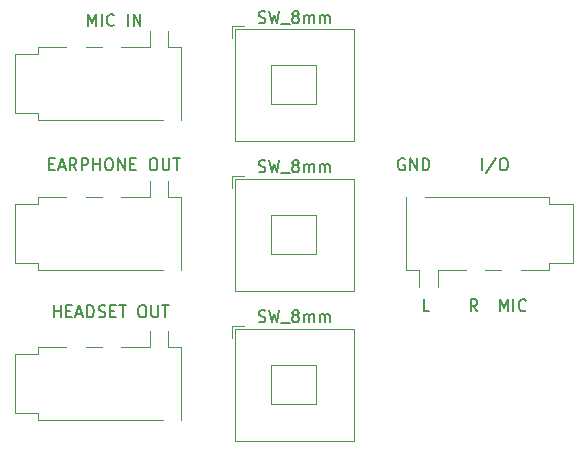
<source format=gbr>
%TF.GenerationSoftware,KiCad,Pcbnew,(6.0.5)*%
%TF.CreationDate,2022-06-29T19:51:02+08:00*%
%TF.ProjectId,audioswitch,61756469-6f73-4776-9974-63682e6b6963,rev?*%
%TF.SameCoordinates,Original*%
%TF.FileFunction,Legend,Top*%
%TF.FilePolarity,Positive*%
%FSLAX46Y46*%
G04 Gerber Fmt 4.6, Leading zero omitted, Abs format (unit mm)*
G04 Created by KiCad (PCBNEW (6.0.5)) date 2022-06-29 19:51:02*
%MOMM*%
%LPD*%
G01*
G04 APERTURE LIST*
%ADD10C,0.150000*%
%ADD11C,0.120000*%
G04 APERTURE END LIST*
D10*
X168965523Y-105608380D02*
X168489333Y-105608380D01*
X168489333Y-104608380D01*
X166878095Y-92718000D02*
X166782857Y-92670380D01*
X166640000Y-92670380D01*
X166497142Y-92718000D01*
X166401904Y-92813238D01*
X166354285Y-92908476D01*
X166306666Y-93098952D01*
X166306666Y-93241809D01*
X166354285Y-93432285D01*
X166401904Y-93527523D01*
X166497142Y-93622761D01*
X166640000Y-93670380D01*
X166735238Y-93670380D01*
X166878095Y-93622761D01*
X166925714Y-93575142D01*
X166925714Y-93241809D01*
X166735238Y-93241809D01*
X167354285Y-93670380D02*
X167354285Y-92670380D01*
X167925714Y-93670380D01*
X167925714Y-92670380D01*
X168401904Y-93670380D02*
X168401904Y-92670380D01*
X168640000Y-92670380D01*
X168782857Y-92718000D01*
X168878095Y-92813238D01*
X168925714Y-92908476D01*
X168973333Y-93098952D01*
X168973333Y-93241809D01*
X168925714Y-93432285D01*
X168878095Y-93527523D01*
X168782857Y-93622761D01*
X168640000Y-93670380D01*
X168401904Y-93670380D01*
X173029523Y-105608380D02*
X172696190Y-105132190D01*
X172458095Y-105608380D02*
X172458095Y-104608380D01*
X172839047Y-104608380D01*
X172934285Y-104656000D01*
X172981904Y-104703619D01*
X173029523Y-104798857D01*
X173029523Y-104941714D01*
X172981904Y-105036952D01*
X172934285Y-105084571D01*
X172839047Y-105132190D01*
X172458095Y-105132190D01*
X174950571Y-105608380D02*
X174950571Y-104608380D01*
X175283904Y-105322666D01*
X175617238Y-104608380D01*
X175617238Y-105608380D01*
X176093428Y-105608380D02*
X176093428Y-104608380D01*
X177141047Y-105513142D02*
X177093428Y-105560761D01*
X176950571Y-105608380D01*
X176855333Y-105608380D01*
X176712476Y-105560761D01*
X176617238Y-105465523D01*
X176569619Y-105370285D01*
X176522000Y-105179809D01*
X176522000Y-105036952D01*
X176569619Y-104846476D01*
X176617238Y-104751238D01*
X176712476Y-104656000D01*
X176855333Y-104608380D01*
X176950571Y-104608380D01*
X177093428Y-104656000D01*
X177141047Y-104703619D01*
%TO.C,EARPHONE OUT*%
X136763809Y-93146571D02*
X137097142Y-93146571D01*
X137240000Y-93670380D02*
X136763809Y-93670380D01*
X136763809Y-92670380D01*
X137240000Y-92670380D01*
X137620952Y-93384666D02*
X138097142Y-93384666D01*
X137525714Y-93670380D02*
X137859047Y-92670380D01*
X138192380Y-93670380D01*
X139097142Y-93670380D02*
X138763809Y-93194190D01*
X138525714Y-93670380D02*
X138525714Y-92670380D01*
X138906666Y-92670380D01*
X139001904Y-92718000D01*
X139049523Y-92765619D01*
X139097142Y-92860857D01*
X139097142Y-93003714D01*
X139049523Y-93098952D01*
X139001904Y-93146571D01*
X138906666Y-93194190D01*
X138525714Y-93194190D01*
X139525714Y-93670380D02*
X139525714Y-92670380D01*
X139906666Y-92670380D01*
X140001904Y-92718000D01*
X140049523Y-92765619D01*
X140097142Y-92860857D01*
X140097142Y-93003714D01*
X140049523Y-93098952D01*
X140001904Y-93146571D01*
X139906666Y-93194190D01*
X139525714Y-93194190D01*
X140525714Y-93670380D02*
X140525714Y-92670380D01*
X140525714Y-93146571D02*
X141097142Y-93146571D01*
X141097142Y-93670380D02*
X141097142Y-92670380D01*
X141763809Y-92670380D02*
X141954285Y-92670380D01*
X142049523Y-92718000D01*
X142144761Y-92813238D01*
X142192380Y-93003714D01*
X142192380Y-93337047D01*
X142144761Y-93527523D01*
X142049523Y-93622761D01*
X141954285Y-93670380D01*
X141763809Y-93670380D01*
X141668571Y-93622761D01*
X141573333Y-93527523D01*
X141525714Y-93337047D01*
X141525714Y-93003714D01*
X141573333Y-92813238D01*
X141668571Y-92718000D01*
X141763809Y-92670380D01*
X142620952Y-93670380D02*
X142620952Y-92670380D01*
X143192380Y-93670380D01*
X143192380Y-92670380D01*
X143668571Y-93146571D02*
X144001904Y-93146571D01*
X144144761Y-93670380D02*
X143668571Y-93670380D01*
X143668571Y-92670380D01*
X144144761Y-92670380D01*
X145525714Y-92670380D02*
X145716190Y-92670380D01*
X145811428Y-92718000D01*
X145906666Y-92813238D01*
X145954285Y-93003714D01*
X145954285Y-93337047D01*
X145906666Y-93527523D01*
X145811428Y-93622761D01*
X145716190Y-93670380D01*
X145525714Y-93670380D01*
X145430476Y-93622761D01*
X145335238Y-93527523D01*
X145287619Y-93337047D01*
X145287619Y-93003714D01*
X145335238Y-92813238D01*
X145430476Y-92718000D01*
X145525714Y-92670380D01*
X146382857Y-92670380D02*
X146382857Y-93479904D01*
X146430476Y-93575142D01*
X146478095Y-93622761D01*
X146573333Y-93670380D01*
X146763809Y-93670380D01*
X146859047Y-93622761D01*
X146906666Y-93575142D01*
X146954285Y-93479904D01*
X146954285Y-92670380D01*
X147287619Y-92670380D02*
X147859047Y-92670380D01*
X147573333Y-93670380D02*
X147573333Y-92670380D01*
%TO.C,MIC IN*%
X140075714Y-81462380D02*
X140075714Y-80462380D01*
X140409047Y-81176666D01*
X140742380Y-80462380D01*
X140742380Y-81462380D01*
X141218571Y-81462380D02*
X141218571Y-80462380D01*
X142266190Y-81367142D02*
X142218571Y-81414761D01*
X142075714Y-81462380D01*
X141980476Y-81462380D01*
X141837619Y-81414761D01*
X141742380Y-81319523D01*
X141694761Y-81224285D01*
X141647142Y-81033809D01*
X141647142Y-80890952D01*
X141694761Y-80700476D01*
X141742380Y-80605238D01*
X141837619Y-80510000D01*
X141980476Y-80462380D01*
X142075714Y-80462380D01*
X142218571Y-80510000D01*
X142266190Y-80557619D01*
X143456666Y-81462380D02*
X143456666Y-80462380D01*
X143932857Y-81462380D02*
X143932857Y-80462380D01*
X144504285Y-81462380D01*
X144504285Y-80462380D01*
%TO.C,SW_8mm*%
X154509880Y-81176761D02*
X154652738Y-81224380D01*
X154890833Y-81224380D01*
X154986071Y-81176761D01*
X155033690Y-81129142D01*
X155081309Y-81033904D01*
X155081309Y-80938666D01*
X155033690Y-80843428D01*
X154986071Y-80795809D01*
X154890833Y-80748190D01*
X154700357Y-80700571D01*
X154605119Y-80652952D01*
X154557500Y-80605333D01*
X154509880Y-80510095D01*
X154509880Y-80414857D01*
X154557500Y-80319619D01*
X154605119Y-80272000D01*
X154700357Y-80224380D01*
X154938452Y-80224380D01*
X155081309Y-80272000D01*
X155414642Y-80224380D02*
X155652738Y-81224380D01*
X155843214Y-80510095D01*
X156033690Y-81224380D01*
X156271785Y-80224380D01*
X156414642Y-81319619D02*
X157176547Y-81319619D01*
X157557500Y-80652952D02*
X157462261Y-80605333D01*
X157414642Y-80557714D01*
X157367023Y-80462476D01*
X157367023Y-80414857D01*
X157414642Y-80319619D01*
X157462261Y-80272000D01*
X157557500Y-80224380D01*
X157747976Y-80224380D01*
X157843214Y-80272000D01*
X157890833Y-80319619D01*
X157938452Y-80414857D01*
X157938452Y-80462476D01*
X157890833Y-80557714D01*
X157843214Y-80605333D01*
X157747976Y-80652952D01*
X157557500Y-80652952D01*
X157462261Y-80700571D01*
X157414642Y-80748190D01*
X157367023Y-80843428D01*
X157367023Y-81033904D01*
X157414642Y-81129142D01*
X157462261Y-81176761D01*
X157557500Y-81224380D01*
X157747976Y-81224380D01*
X157843214Y-81176761D01*
X157890833Y-81129142D01*
X157938452Y-81033904D01*
X157938452Y-80843428D01*
X157890833Y-80748190D01*
X157843214Y-80700571D01*
X157747976Y-80652952D01*
X158367023Y-81224380D02*
X158367023Y-80557714D01*
X158367023Y-80652952D02*
X158414642Y-80605333D01*
X158509880Y-80557714D01*
X158652738Y-80557714D01*
X158747976Y-80605333D01*
X158795595Y-80700571D01*
X158795595Y-81224380D01*
X158795595Y-80700571D02*
X158843214Y-80605333D01*
X158938452Y-80557714D01*
X159081309Y-80557714D01*
X159176547Y-80605333D01*
X159224166Y-80700571D01*
X159224166Y-81224380D01*
X159700357Y-81224380D02*
X159700357Y-80557714D01*
X159700357Y-80652952D02*
X159747976Y-80605333D01*
X159843214Y-80557714D01*
X159986071Y-80557714D01*
X160081309Y-80605333D01*
X160128928Y-80700571D01*
X160128928Y-81224380D01*
X160128928Y-80700571D02*
X160176547Y-80605333D01*
X160271785Y-80557714D01*
X160414642Y-80557714D01*
X160509880Y-80605333D01*
X160557500Y-80700571D01*
X160557500Y-81224380D01*
X154509880Y-93792261D02*
X154652738Y-93839880D01*
X154890833Y-93839880D01*
X154986071Y-93792261D01*
X155033690Y-93744642D01*
X155081309Y-93649404D01*
X155081309Y-93554166D01*
X155033690Y-93458928D01*
X154986071Y-93411309D01*
X154890833Y-93363690D01*
X154700357Y-93316071D01*
X154605119Y-93268452D01*
X154557500Y-93220833D01*
X154509880Y-93125595D01*
X154509880Y-93030357D01*
X154557500Y-92935119D01*
X154605119Y-92887500D01*
X154700357Y-92839880D01*
X154938452Y-92839880D01*
X155081309Y-92887500D01*
X155414642Y-92839880D02*
X155652738Y-93839880D01*
X155843214Y-93125595D01*
X156033690Y-93839880D01*
X156271785Y-92839880D01*
X156414642Y-93935119D02*
X157176547Y-93935119D01*
X157557500Y-93268452D02*
X157462261Y-93220833D01*
X157414642Y-93173214D01*
X157367023Y-93077976D01*
X157367023Y-93030357D01*
X157414642Y-92935119D01*
X157462261Y-92887500D01*
X157557500Y-92839880D01*
X157747976Y-92839880D01*
X157843214Y-92887500D01*
X157890833Y-92935119D01*
X157938452Y-93030357D01*
X157938452Y-93077976D01*
X157890833Y-93173214D01*
X157843214Y-93220833D01*
X157747976Y-93268452D01*
X157557500Y-93268452D01*
X157462261Y-93316071D01*
X157414642Y-93363690D01*
X157367023Y-93458928D01*
X157367023Y-93649404D01*
X157414642Y-93744642D01*
X157462261Y-93792261D01*
X157557500Y-93839880D01*
X157747976Y-93839880D01*
X157843214Y-93792261D01*
X157890833Y-93744642D01*
X157938452Y-93649404D01*
X157938452Y-93458928D01*
X157890833Y-93363690D01*
X157843214Y-93316071D01*
X157747976Y-93268452D01*
X158367023Y-93839880D02*
X158367023Y-93173214D01*
X158367023Y-93268452D02*
X158414642Y-93220833D01*
X158509880Y-93173214D01*
X158652738Y-93173214D01*
X158747976Y-93220833D01*
X158795595Y-93316071D01*
X158795595Y-93839880D01*
X158795595Y-93316071D02*
X158843214Y-93220833D01*
X158938452Y-93173214D01*
X159081309Y-93173214D01*
X159176547Y-93220833D01*
X159224166Y-93316071D01*
X159224166Y-93839880D01*
X159700357Y-93839880D02*
X159700357Y-93173214D01*
X159700357Y-93268452D02*
X159747976Y-93220833D01*
X159843214Y-93173214D01*
X159986071Y-93173214D01*
X160081309Y-93220833D01*
X160128928Y-93316071D01*
X160128928Y-93839880D01*
X160128928Y-93316071D02*
X160176547Y-93220833D01*
X160271785Y-93173214D01*
X160414642Y-93173214D01*
X160509880Y-93220833D01*
X160557500Y-93316071D01*
X160557500Y-93839880D01*
X154509880Y-106492261D02*
X154652738Y-106539880D01*
X154890833Y-106539880D01*
X154986071Y-106492261D01*
X155033690Y-106444642D01*
X155081309Y-106349404D01*
X155081309Y-106254166D01*
X155033690Y-106158928D01*
X154986071Y-106111309D01*
X154890833Y-106063690D01*
X154700357Y-106016071D01*
X154605119Y-105968452D01*
X154557500Y-105920833D01*
X154509880Y-105825595D01*
X154509880Y-105730357D01*
X154557500Y-105635119D01*
X154605119Y-105587500D01*
X154700357Y-105539880D01*
X154938452Y-105539880D01*
X155081309Y-105587500D01*
X155414642Y-105539880D02*
X155652738Y-106539880D01*
X155843214Y-105825595D01*
X156033690Y-106539880D01*
X156271785Y-105539880D01*
X156414642Y-106635119D02*
X157176547Y-106635119D01*
X157557500Y-105968452D02*
X157462261Y-105920833D01*
X157414642Y-105873214D01*
X157367023Y-105777976D01*
X157367023Y-105730357D01*
X157414642Y-105635119D01*
X157462261Y-105587500D01*
X157557500Y-105539880D01*
X157747976Y-105539880D01*
X157843214Y-105587500D01*
X157890833Y-105635119D01*
X157938452Y-105730357D01*
X157938452Y-105777976D01*
X157890833Y-105873214D01*
X157843214Y-105920833D01*
X157747976Y-105968452D01*
X157557500Y-105968452D01*
X157462261Y-106016071D01*
X157414642Y-106063690D01*
X157367023Y-106158928D01*
X157367023Y-106349404D01*
X157414642Y-106444642D01*
X157462261Y-106492261D01*
X157557500Y-106539880D01*
X157747976Y-106539880D01*
X157843214Y-106492261D01*
X157890833Y-106444642D01*
X157938452Y-106349404D01*
X157938452Y-106158928D01*
X157890833Y-106063690D01*
X157843214Y-106016071D01*
X157747976Y-105968452D01*
X158367023Y-106539880D02*
X158367023Y-105873214D01*
X158367023Y-105968452D02*
X158414642Y-105920833D01*
X158509880Y-105873214D01*
X158652738Y-105873214D01*
X158747976Y-105920833D01*
X158795595Y-106016071D01*
X158795595Y-106539880D01*
X158795595Y-106016071D02*
X158843214Y-105920833D01*
X158938452Y-105873214D01*
X159081309Y-105873214D01*
X159176547Y-105920833D01*
X159224166Y-106016071D01*
X159224166Y-106539880D01*
X159700357Y-106539880D02*
X159700357Y-105873214D01*
X159700357Y-105968452D02*
X159747976Y-105920833D01*
X159843214Y-105873214D01*
X159986071Y-105873214D01*
X160081309Y-105920833D01*
X160128928Y-106016071D01*
X160128928Y-106539880D01*
X160128928Y-106016071D02*
X160176547Y-105920833D01*
X160271785Y-105873214D01*
X160414642Y-105873214D01*
X160509880Y-105920833D01*
X160557500Y-106016071D01*
X160557500Y-106539880D01*
%TO.C,HEADSET OUT*%
X137200285Y-106116380D02*
X137200285Y-105116380D01*
X137200285Y-105592571D02*
X137771714Y-105592571D01*
X137771714Y-106116380D02*
X137771714Y-105116380D01*
X138247904Y-105592571D02*
X138581238Y-105592571D01*
X138724095Y-106116380D02*
X138247904Y-106116380D01*
X138247904Y-105116380D01*
X138724095Y-105116380D01*
X139105047Y-105830666D02*
X139581238Y-105830666D01*
X139009809Y-106116380D02*
X139343142Y-105116380D01*
X139676476Y-106116380D01*
X140009809Y-106116380D02*
X140009809Y-105116380D01*
X140247904Y-105116380D01*
X140390761Y-105164000D01*
X140486000Y-105259238D01*
X140533619Y-105354476D01*
X140581238Y-105544952D01*
X140581238Y-105687809D01*
X140533619Y-105878285D01*
X140486000Y-105973523D01*
X140390761Y-106068761D01*
X140247904Y-106116380D01*
X140009809Y-106116380D01*
X140962190Y-106068761D02*
X141105047Y-106116380D01*
X141343142Y-106116380D01*
X141438380Y-106068761D01*
X141486000Y-106021142D01*
X141533619Y-105925904D01*
X141533619Y-105830666D01*
X141486000Y-105735428D01*
X141438380Y-105687809D01*
X141343142Y-105640190D01*
X141152666Y-105592571D01*
X141057428Y-105544952D01*
X141009809Y-105497333D01*
X140962190Y-105402095D01*
X140962190Y-105306857D01*
X141009809Y-105211619D01*
X141057428Y-105164000D01*
X141152666Y-105116380D01*
X141390761Y-105116380D01*
X141533619Y-105164000D01*
X141962190Y-105592571D02*
X142295523Y-105592571D01*
X142438380Y-106116380D02*
X141962190Y-106116380D01*
X141962190Y-105116380D01*
X142438380Y-105116380D01*
X142724095Y-105116380D02*
X143295523Y-105116380D01*
X143009809Y-106116380D02*
X143009809Y-105116380D01*
X144581238Y-105116380D02*
X144771714Y-105116380D01*
X144866952Y-105164000D01*
X144962190Y-105259238D01*
X145009809Y-105449714D01*
X145009809Y-105783047D01*
X144962190Y-105973523D01*
X144866952Y-106068761D01*
X144771714Y-106116380D01*
X144581238Y-106116380D01*
X144486000Y-106068761D01*
X144390761Y-105973523D01*
X144343142Y-105783047D01*
X144343142Y-105449714D01*
X144390761Y-105259238D01*
X144486000Y-105164000D01*
X144581238Y-105116380D01*
X145438380Y-105116380D02*
X145438380Y-105925904D01*
X145486000Y-106021142D01*
X145533619Y-106068761D01*
X145628857Y-106116380D01*
X145819333Y-106116380D01*
X145914571Y-106068761D01*
X145962190Y-106021142D01*
X146009809Y-105925904D01*
X146009809Y-105116380D01*
X146343142Y-105116380D02*
X146914571Y-105116380D01*
X146628857Y-106116380D02*
X146628857Y-105116380D01*
%TO.C,I/O*%
X173450380Y-93670380D02*
X173450380Y-92670380D01*
X174640857Y-92622761D02*
X173783714Y-93908476D01*
X175164666Y-92670380D02*
X175355142Y-92670380D01*
X175450380Y-92718000D01*
X175545619Y-92813238D01*
X175593238Y-93003714D01*
X175593238Y-93337047D01*
X175545619Y-93527523D01*
X175450380Y-93622761D01*
X175355142Y-93670380D01*
X175164666Y-93670380D01*
X175069428Y-93622761D01*
X174974190Y-93527523D01*
X174926571Y-93337047D01*
X174926571Y-93003714D01*
X174974190Y-92813238D01*
X175069428Y-92718000D01*
X175164666Y-92670380D01*
D11*
%TO.C,EARPHONE OUT*%
X147965000Y-102160000D02*
X147965000Y-95960000D01*
X135865000Y-95960000D02*
X138240000Y-95960000D01*
X135865000Y-96560000D02*
X133865000Y-96560000D01*
X146840000Y-95960000D02*
X147965000Y-95960000D01*
X145290000Y-95960000D02*
X145290000Y-94560000D01*
X142890000Y-95960000D02*
X145290000Y-95960000D01*
X146840000Y-95960000D02*
X146840000Y-94560000D01*
X139890000Y-95960000D02*
X141240000Y-95960000D01*
X146390000Y-102160000D02*
X135865000Y-102160000D01*
X133865000Y-96560000D02*
X133865000Y-101560000D01*
X135865000Y-101560000D02*
X133865000Y-101560000D01*
X135865000Y-101560000D02*
X135865000Y-102160000D01*
X135865000Y-95960000D02*
X135865000Y-96560000D01*
%TO.C,MIC IN*%
X135865000Y-83860000D02*
X133865000Y-83860000D01*
X133865000Y-83860000D02*
X133865000Y-88860000D01*
X135865000Y-88860000D02*
X133865000Y-88860000D01*
X142890000Y-83260000D02*
X145290000Y-83260000D01*
X146390000Y-89460000D02*
X135865000Y-89460000D01*
X135865000Y-83260000D02*
X138240000Y-83260000D01*
X146840000Y-83260000D02*
X147965000Y-83260000D01*
X147965000Y-89460000D02*
X147965000Y-83260000D01*
X135865000Y-83260000D02*
X135865000Y-83860000D01*
X139890000Y-83260000D02*
X141240000Y-83260000D01*
X146840000Y-83260000D02*
X146840000Y-81860000D01*
X145290000Y-83260000D02*
X145290000Y-81860000D01*
X135865000Y-88860000D02*
X135865000Y-89460000D01*
%TO.C,SW_8mm*%
X162577500Y-91157500D02*
X152537500Y-91157500D01*
X153287500Y-81467500D02*
X152287500Y-81467500D01*
X155607500Y-84737500D02*
X155607500Y-88037500D01*
X162577500Y-81717500D02*
X152537500Y-81717500D01*
X159407500Y-88037500D02*
X155607500Y-88037500D01*
X159407500Y-84737500D02*
X155607500Y-84737500D01*
X162577500Y-91157500D02*
X162577500Y-81717500D01*
X152537500Y-91157500D02*
X152537500Y-81717500D01*
X152287500Y-82467500D02*
X152287500Y-81467500D01*
X159407500Y-84737500D02*
X159407500Y-88037500D01*
X162577500Y-103857500D02*
X152537500Y-103857500D01*
X153287500Y-94167500D02*
X152287500Y-94167500D01*
X155607500Y-97437500D02*
X155607500Y-100737500D01*
X162577500Y-94417500D02*
X152537500Y-94417500D01*
X159407500Y-100737500D02*
X155607500Y-100737500D01*
X159407500Y-97437500D02*
X155607500Y-97437500D01*
X162577500Y-103857500D02*
X162577500Y-94417500D01*
X152537500Y-103857500D02*
X152537500Y-94417500D01*
X152287500Y-95167500D02*
X152287500Y-94167500D01*
X159407500Y-97437500D02*
X159407500Y-100737500D01*
X162577500Y-116557500D02*
X152537500Y-116557500D01*
X153287500Y-106867500D02*
X152287500Y-106867500D01*
X155607500Y-110137500D02*
X155607500Y-113437500D01*
X162577500Y-107117500D02*
X152537500Y-107117500D01*
X159407500Y-113437500D02*
X155607500Y-113437500D01*
X159407500Y-110137500D02*
X155607500Y-110137500D01*
X162577500Y-116557500D02*
X162577500Y-107117500D01*
X152537500Y-116557500D02*
X152537500Y-107117500D01*
X152287500Y-107867500D02*
X152287500Y-106867500D01*
X159407500Y-110137500D02*
X159407500Y-113437500D01*
%TO.C,HEADSET OUT*%
X147965000Y-114860000D02*
X147965000Y-108660000D01*
X135865000Y-108660000D02*
X138240000Y-108660000D01*
X135865000Y-109260000D02*
X133865000Y-109260000D01*
X146840000Y-108660000D02*
X147965000Y-108660000D01*
X145290000Y-108660000D02*
X145290000Y-107260000D01*
X142890000Y-108660000D02*
X145290000Y-108660000D01*
X146840000Y-108660000D02*
X146840000Y-107260000D01*
X139890000Y-108660000D02*
X141240000Y-108660000D01*
X146390000Y-114860000D02*
X135865000Y-114860000D01*
X133865000Y-109260000D02*
X133865000Y-114260000D01*
X135865000Y-114260000D02*
X133865000Y-114260000D01*
X135865000Y-114260000D02*
X135865000Y-114860000D01*
X135865000Y-108660000D02*
X135865000Y-109260000D01*
%TO.C,I/O*%
X166995000Y-95960000D02*
X166995000Y-102160000D01*
X179095000Y-102160000D02*
X176720000Y-102160000D01*
X179095000Y-101560000D02*
X181095000Y-101560000D01*
X168120000Y-102160000D02*
X166995000Y-102160000D01*
X169670000Y-102160000D02*
X169670000Y-103560000D01*
X172070000Y-102160000D02*
X169670000Y-102160000D01*
X168120000Y-102160000D02*
X168120000Y-103560000D01*
X175070000Y-102160000D02*
X173720000Y-102160000D01*
X168570000Y-95960000D02*
X179095000Y-95960000D01*
X181095000Y-101560000D02*
X181095000Y-96560000D01*
X179095000Y-96560000D02*
X181095000Y-96560000D01*
X179095000Y-96560000D02*
X179095000Y-95960000D01*
X179095000Y-102160000D02*
X179095000Y-101560000D01*
%TD*%
M02*

</source>
